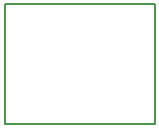
<source format=gm1>
G04 #@! TF.FileFunction,Profile,NP*
%FSLAX46Y46*%
G04 Gerber Fmt 4.6, Leading zero omitted, Abs format (unit mm)*
G04 Created by KiCad (PCBNEW 4.0.7-e2-6376~60~ubuntu17.10.1) date Thu Dec 28 20:23:01 2017*
%MOMM*%
%LPD*%
G01*
G04 APERTURE LIST*
%ADD10C,0.100000*%
%ADD11C,0.150000*%
G04 APERTURE END LIST*
D10*
D11*
X174625000Y-111125000D02*
X174625000Y-100965000D01*
X161925000Y-111125000D02*
X174625000Y-111125000D01*
X161925000Y-100965000D02*
X161925000Y-111125000D01*
X174625000Y-100965000D02*
X161925000Y-100965000D01*
M02*

</source>
